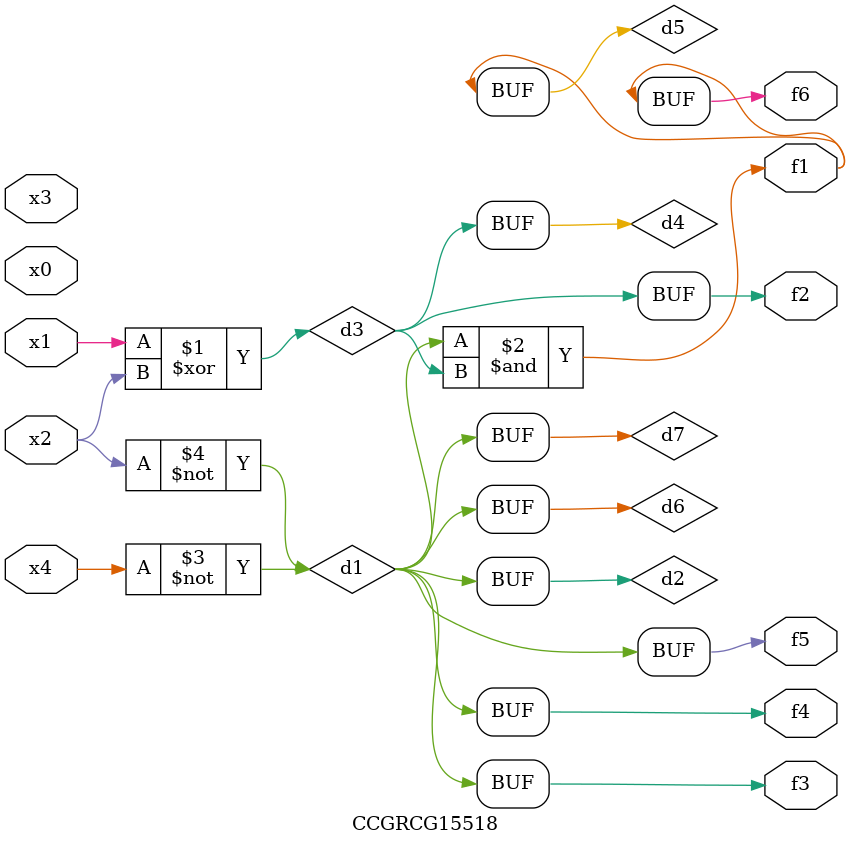
<source format=v>
module CCGRCG15518(
	input x0, x1, x2, x3, x4,
	output f1, f2, f3, f4, f5, f6
);

	wire d1, d2, d3, d4, d5, d6, d7;

	not (d1, x4);
	not (d2, x2);
	xor (d3, x1, x2);
	buf (d4, d3);
	and (d5, d1, d3);
	buf (d6, d1, d2);
	buf (d7, d2);
	assign f1 = d5;
	assign f2 = d4;
	assign f3 = d7;
	assign f4 = d7;
	assign f5 = d7;
	assign f6 = d5;
endmodule

</source>
